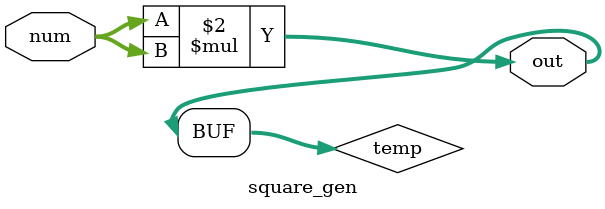
<source format=v>
`timescale 1ns / 1ps


module square_gen(num,out);

        parameter n = 4;
        input [n-1:0] num;
        output reg [2*n-1:0] out; 
        
        reg [2*n-1:0] temp;
        
        always@(*)
        begin
            temp = num * num;
            out = temp;
        end
endmodule

</source>
